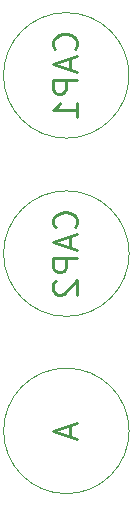
<source format=gbr>
G04 #@! TF.FileFunction,Other,Fab,Bot*
%FSLAX46Y46*%
G04 Gerber Fmt 4.6, Leading zero omitted, Abs format (unit mm)*
G04 Created by KiCad (PCBNEW 4.0.6) date Wed Aug 30 21:06:07 2017*
%MOMM*%
%LPD*%
G01*
G04 APERTURE LIST*
%ADD10C,0.100000*%
%ADD11C,0.050800*%
%ADD12C,0.254000*%
G04 APERTURE END LIST*
D10*
D11*
X143513193Y-48706160D02*
G75*
G03X143513193Y-48706160I-5315073J0D01*
G01*
X143523193Y-63796160D02*
G75*
G03X143523193Y-63796160I-5315073J0D01*
G01*
X143523193Y-78806160D02*
G75*
G03X143523193Y-78806160I-5315073J0D01*
G01*
D12*
X138923834Y-46480636D02*
X139020596Y-46383874D01*
X139117358Y-46093589D01*
X139117358Y-45900065D01*
X139020596Y-45609779D01*
X138827072Y-45416255D01*
X138633549Y-45319494D01*
X138246501Y-45222732D01*
X137956215Y-45222732D01*
X137569168Y-45319494D01*
X137375644Y-45416255D01*
X137182120Y-45609779D01*
X137085358Y-45900065D01*
X137085358Y-46093589D01*
X137182120Y-46383874D01*
X137278882Y-46480636D01*
X138536787Y-47254732D02*
X138536787Y-48222351D01*
X139117358Y-47061208D02*
X137085358Y-47738541D01*
X139117358Y-48415874D01*
X139117358Y-49093208D02*
X137085358Y-49093208D01*
X137085358Y-49867303D01*
X137182120Y-50060827D01*
X137278882Y-50157588D01*
X137472406Y-50254350D01*
X137762691Y-50254350D01*
X137956215Y-50157588D01*
X138052977Y-50060827D01*
X138149739Y-49867303D01*
X138149739Y-49093208D01*
X139117358Y-52189588D02*
X139117358Y-51028446D01*
X139117358Y-51609017D02*
X137085358Y-51609017D01*
X137375644Y-51415493D01*
X137569168Y-51221969D01*
X137665930Y-51028446D01*
X138933834Y-61570636D02*
X139030596Y-61473874D01*
X139127358Y-61183589D01*
X139127358Y-60990065D01*
X139030596Y-60699779D01*
X138837072Y-60506255D01*
X138643549Y-60409494D01*
X138256501Y-60312732D01*
X137966215Y-60312732D01*
X137579168Y-60409494D01*
X137385644Y-60506255D01*
X137192120Y-60699779D01*
X137095358Y-60990065D01*
X137095358Y-61183589D01*
X137192120Y-61473874D01*
X137288882Y-61570636D01*
X138546787Y-62344732D02*
X138546787Y-63312351D01*
X139127358Y-62151208D02*
X137095358Y-62828541D01*
X139127358Y-63505874D01*
X139127358Y-64183208D02*
X137095358Y-64183208D01*
X137095358Y-64957303D01*
X137192120Y-65150827D01*
X137288882Y-65247588D01*
X137482406Y-65344350D01*
X137772691Y-65344350D01*
X137966215Y-65247588D01*
X138062977Y-65150827D01*
X138159739Y-64957303D01*
X138159739Y-64183208D01*
X137288882Y-66118446D02*
X137192120Y-66215208D01*
X137095358Y-66408731D01*
X137095358Y-66892541D01*
X137192120Y-67086065D01*
X137288882Y-67182827D01*
X137482406Y-67279588D01*
X137675930Y-67279588D01*
X137966215Y-67182827D01*
X139127358Y-66021684D01*
X139127358Y-67279588D01*
X138546787Y-78322351D02*
X138546787Y-79289970D01*
X139127358Y-78128827D02*
X137095358Y-78806160D01*
X139127358Y-79483493D01*
M02*

</source>
